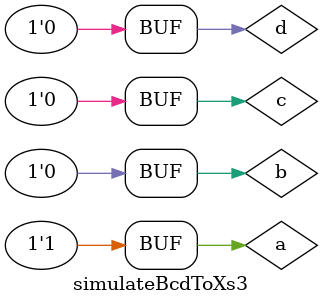
<source format=v>
module BcdToExcess3(a,b,c,d,w,x,y,z);
input a,b,c,d;
output w,x,y,z;
assign w = a | (b & c) | (b & d);
assign x = (~b & c) | (~b & d) | (b & ~c & ~d);
assign y = (c & d) | (~c & ~d);
assign z = ~d;
endmodule

////////////////

module simulateBcdToXs3;

reg a,b,c,d;
wire w,x,y,z;
BcdToExcess3 bcd(a,b,c,d,w,x,y,z);
initial 
begin
#0
a = 0;
b = 0;
c = 0;
d = 0;

#100
a = 0;
b = 0;
c = 1;
d = 0;

#100
a = 0;
b = 1;
c = 0;
d = 1;

#100
a = 0;
b = 1;
c = 1;
d = 1;

#100
a = 0;
b = 1;
c = 0;
d = 0;

#100
a = 1;
b = 0;
c = 0;
d = 0;
end
endmodule


</source>
